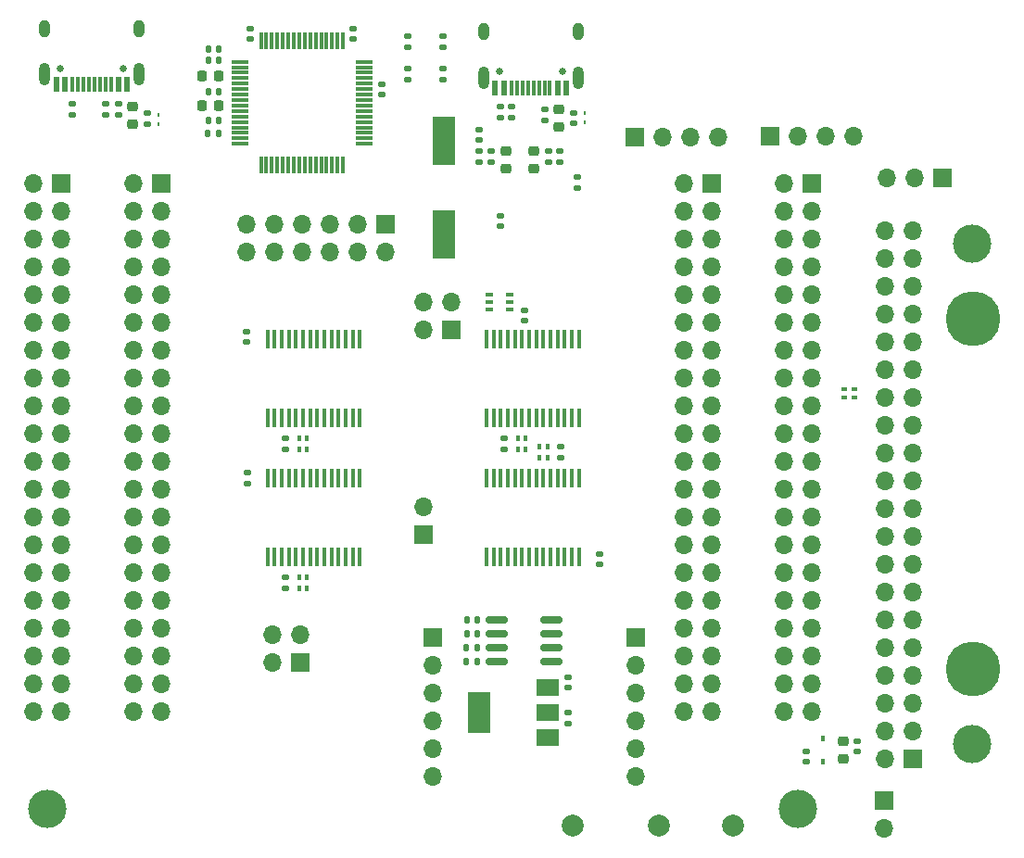
<source format=gts>
G04 #@! TF.GenerationSoftware,KiCad,Pcbnew,(6.0.7)*
G04 #@! TF.CreationDate,2023-08-04T00:04:24+07:00*
G04 #@! TF.ProjectId,ECELab_v1,4543454c-6162-45f7-9631-2e6b69636164,rev?*
G04 #@! TF.SameCoordinates,Original*
G04 #@! TF.FileFunction,Soldermask,Top*
G04 #@! TF.FilePolarity,Negative*
%FSLAX46Y46*%
G04 Gerber Fmt 4.6, Leading zero omitted, Abs format (unit mm)*
G04 Created by KiCad (PCBNEW (6.0.7)) date 2023-08-04 00:04:24*
%MOMM*%
%LPD*%
G01*
G04 APERTURE LIST*
G04 Aperture macros list*
%AMRoundRect*
0 Rectangle with rounded corners*
0 $1 Rounding radius*
0 $2 $3 $4 $5 $6 $7 $8 $9 X,Y pos of 4 corners*
0 Add a 4 corners polygon primitive as box body*
4,1,4,$2,$3,$4,$5,$6,$7,$8,$9,$2,$3,0*
0 Add four circle primitives for the rounded corners*
1,1,$1+$1,$2,$3*
1,1,$1+$1,$4,$5*
1,1,$1+$1,$6,$7*
1,1,$1+$1,$8,$9*
0 Add four rect primitives between the rounded corners*
20,1,$1+$1,$2,$3,$4,$5,0*
20,1,$1+$1,$4,$5,$6,$7,0*
20,1,$1+$1,$6,$7,$8,$9,0*
20,1,$1+$1,$8,$9,$2,$3,0*%
G04 Aperture macros list end*
%ADD10C,3.500000*%
%ADD11R,1.700000X1.700000*%
%ADD12O,1.700000X1.700000*%
%ADD13RoundRect,0.135000X0.135000X0.185000X-0.135000X0.185000X-0.135000X-0.185000X0.135000X-0.185000X0*%
%ADD14RoundRect,0.135000X-0.135000X-0.185000X0.135000X-0.185000X0.135000X0.185000X-0.135000X0.185000X0*%
%ADD15R,2.000000X4.500000*%
%ADD16R,0.400000X0.500000*%
%ADD17RoundRect,0.135000X0.185000X-0.135000X0.185000X0.135000X-0.185000X0.135000X-0.185000X-0.135000X0*%
%ADD18R,0.250000X0.360000*%
%ADD19C,2.000000*%
%ADD20R,0.650000X0.400000*%
%ADD21R,0.450000X1.750000*%
%ADD22RoundRect,0.218750X0.256250X-0.218750X0.256250X0.218750X-0.256250X0.218750X-0.256250X-0.218750X0*%
%ADD23RoundRect,0.218750X-0.218750X-0.256250X0.218750X-0.256250X0.218750X0.256250X-0.218750X0.256250X0*%
%ADD24RoundRect,0.140000X-0.170000X0.140000X-0.170000X-0.140000X0.170000X-0.140000X0.170000X0.140000X0*%
%ADD25RoundRect,0.218750X-0.256250X0.218750X-0.256250X-0.218750X0.256250X-0.218750X0.256250X0.218750X0*%
%ADD26RoundRect,0.140000X0.140000X0.170000X-0.140000X0.170000X-0.140000X-0.170000X0.140000X-0.170000X0*%
%ADD27C,0.650000*%
%ADD28R,0.600000X1.450000*%
%ADD29R,0.300000X1.450000*%
%ADD30O,1.000000X1.600000*%
%ADD31O,1.000000X2.100000*%
%ADD32R,0.500000X0.400000*%
%ADD33RoundRect,0.147500X-0.172500X0.147500X-0.172500X-0.147500X0.172500X-0.147500X0.172500X0.147500X0*%
%ADD34RoundRect,0.140000X0.170000X-0.140000X0.170000X0.140000X-0.170000X0.140000X-0.170000X-0.140000X0*%
%ADD35R,0.450000X0.600000*%
%ADD36C,5.000000*%
%ADD37RoundRect,0.150000X0.825000X0.150000X-0.825000X0.150000X-0.825000X-0.150000X0.825000X-0.150000X0*%
%ADD38R,2.000000X1.500000*%
%ADD39R,2.000000X3.800000*%
%ADD40RoundRect,0.135000X-0.185000X0.135000X-0.185000X-0.135000X0.185000X-0.135000X0.185000X0.135000X0*%
%ADD41RoundRect,0.075000X-0.700000X-0.075000X0.700000X-0.075000X0.700000X0.075000X-0.700000X0.075000X0*%
%ADD42RoundRect,0.075000X-0.075000X-0.700000X0.075000X-0.700000X0.075000X0.700000X-0.075000X0.700000X0*%
G04 APERTURE END LIST*
D10*
X256620000Y-134696200D03*
X256620000Y-89000000D03*
D11*
X206552800Y-115575000D03*
D12*
X206552800Y-113035000D03*
D13*
X211468200Y-127152400D03*
X210448200Y-127152400D03*
D14*
X210448200Y-125882400D03*
X211468200Y-125882400D03*
D15*
X208356200Y-79595400D03*
X208356200Y-88095400D03*
D16*
X217150000Y-108530000D03*
X217850000Y-108530000D03*
X217850000Y-107530000D03*
X217150000Y-107530000D03*
D11*
X253959600Y-82931000D03*
D12*
X251419600Y-82931000D03*
X248879600Y-82931000D03*
D17*
X214579200Y-77472000D03*
X214579200Y-76452000D03*
D18*
X182295800Y-77177000D03*
X182295800Y-78017000D03*
D19*
X220167200Y-142138400D03*
D11*
X248640600Y-139847400D03*
D12*
X248640600Y-142387400D03*
D11*
X203073000Y-87218600D03*
D12*
X203073000Y-89758600D03*
X200533000Y-87218600D03*
X200533000Y-89758600D03*
X197993000Y-87218600D03*
X197993000Y-89758600D03*
X195453000Y-87218600D03*
X195453000Y-89758600D03*
X192913000Y-87218600D03*
X192913000Y-89758600D03*
X190373000Y-87218600D03*
X190373000Y-89758600D03*
D20*
X212537000Y-93660200D03*
X212537000Y-94310200D03*
X212537000Y-94960200D03*
X214437000Y-94960200D03*
X214437000Y-94310200D03*
X214437000Y-93660200D03*
D21*
X220735000Y-97690000D03*
X220085000Y-97690000D03*
X219435000Y-97690000D03*
X218785000Y-97690000D03*
X218135000Y-97690000D03*
X217485000Y-97690000D03*
X216835000Y-97690000D03*
X216185000Y-97690000D03*
X215535000Y-97690000D03*
X214885000Y-97690000D03*
X214235000Y-97690000D03*
X213585000Y-97690000D03*
X212935000Y-97690000D03*
X212285000Y-97690000D03*
X212285000Y-104890000D03*
X212935000Y-104890000D03*
X213585000Y-104890000D03*
X214235000Y-104890000D03*
X214885000Y-104890000D03*
X215535000Y-104890000D03*
X216185000Y-104890000D03*
X216835000Y-104890000D03*
X217485000Y-104890000D03*
X218135000Y-104890000D03*
X218785000Y-104890000D03*
X219435000Y-104890000D03*
X220085000Y-104890000D03*
X220735000Y-104890000D03*
D22*
X216585800Y-82092900D03*
X216585800Y-80517900D03*
D23*
X186283500Y-73609200D03*
X187858500Y-73609200D03*
D17*
X205079600Y-73966800D03*
X205079600Y-72946800D03*
D24*
X190703200Y-69342000D03*
X190703200Y-70302000D03*
D25*
X244850000Y-134442500D03*
X244850000Y-136017500D03*
D26*
X187830400Y-77724000D03*
X186870400Y-77724000D03*
D27*
X179115200Y-72983400D03*
X173335200Y-72983400D03*
D28*
X179475200Y-74428400D03*
X178675200Y-74428400D03*
D29*
X177475200Y-74428400D03*
X176475200Y-74428400D03*
X175975200Y-74428400D03*
X174975200Y-74428400D03*
D28*
X173775200Y-74428400D03*
X172975200Y-74428400D03*
X172975200Y-74428400D03*
X173775200Y-74428400D03*
D29*
X174475200Y-74428400D03*
X175475200Y-74428400D03*
X176975200Y-74428400D03*
X177975200Y-74428400D03*
D28*
X178675200Y-74428400D03*
X179475200Y-74428400D03*
D30*
X180545200Y-69333400D03*
X171905200Y-69333400D03*
D31*
X180545200Y-73513400D03*
X171905200Y-73513400D03*
D10*
X172186439Y-140630000D03*
D17*
X193900000Y-120485000D03*
X193900000Y-119465000D03*
D19*
X228041200Y-142138400D03*
D17*
X208330800Y-73966800D03*
X208330800Y-72946800D03*
D26*
X187855800Y-72212200D03*
X186895800Y-72212200D03*
D24*
X178663600Y-76228000D03*
X178663600Y-77188000D03*
X213537800Y-76482000D03*
X213537800Y-77442000D03*
D32*
X244940200Y-102291400D03*
X244940200Y-102991400D03*
X245940200Y-102991400D03*
X245940200Y-102291400D03*
D26*
X187830400Y-75057000D03*
X186870400Y-75057000D03*
D24*
X190400000Y-96985200D03*
X190400000Y-97945200D03*
D33*
X208330800Y-70023000D03*
X208330800Y-70993000D03*
D13*
X187860400Y-78867000D03*
X186840400Y-78867000D03*
D34*
X222600000Y-118305000D03*
X222600000Y-117345000D03*
D26*
X211463600Y-123342400D03*
X210503600Y-123342400D03*
D24*
X219760800Y-131828600D03*
X219760800Y-132788600D03*
D35*
X243021200Y-134180000D03*
X243021200Y-136280000D03*
D16*
X195850000Y-119470000D03*
X195150000Y-119470000D03*
X195150000Y-120470000D03*
X195850000Y-120470000D03*
D21*
X212275000Y-117600000D03*
X212925000Y-117600000D03*
X213575000Y-117600000D03*
X214225000Y-117600000D03*
X214875000Y-117600000D03*
X215525000Y-117600000D03*
X216175000Y-117600000D03*
X216825000Y-117600000D03*
X217475000Y-117600000D03*
X218125000Y-117600000D03*
X218775000Y-117600000D03*
X219425000Y-117600000D03*
X220075000Y-117600000D03*
X220725000Y-117600000D03*
X220725000Y-110400000D03*
X220075000Y-110400000D03*
X219425000Y-110400000D03*
X218775000Y-110400000D03*
X218125000Y-110400000D03*
X217475000Y-110400000D03*
X216825000Y-110400000D03*
X216175000Y-110400000D03*
X215525000Y-110400000D03*
X214875000Y-110400000D03*
X214225000Y-110400000D03*
X213575000Y-110400000D03*
X212925000Y-110400000D03*
X212275000Y-110400000D03*
D24*
X218948000Y-80520600D03*
X218948000Y-81480600D03*
D17*
X174472600Y-77243400D03*
X174472600Y-76223400D03*
D18*
X221259400Y-77075400D03*
X221259400Y-77915400D03*
D16*
X215860000Y-106760000D03*
X215160000Y-106760000D03*
X215160000Y-107760000D03*
X215860000Y-107760000D03*
D34*
X213588600Y-87373400D03*
X213588600Y-86413400D03*
D19*
X234772200Y-142113000D03*
D24*
X246196200Y-134445200D03*
X246196200Y-135405200D03*
X220599000Y-82908200D03*
X220599000Y-83868200D03*
X211582000Y-78564800D03*
X211582000Y-79524800D03*
D21*
X200725000Y-97700000D03*
X200075000Y-97700000D03*
X199425000Y-97700000D03*
X198775000Y-97700000D03*
X198125000Y-97700000D03*
X197475000Y-97700000D03*
X196825000Y-97700000D03*
X196175000Y-97700000D03*
X195525000Y-97700000D03*
X194875000Y-97700000D03*
X194225000Y-97700000D03*
X193575000Y-97700000D03*
X192925000Y-97700000D03*
X192275000Y-97700000D03*
X192275000Y-104900000D03*
X192925000Y-104900000D03*
X193575000Y-104900000D03*
X194225000Y-104900000D03*
X194875000Y-104900000D03*
X195525000Y-104900000D03*
X196175000Y-104900000D03*
X196825000Y-104900000D03*
X197475000Y-104900000D03*
X198125000Y-104900000D03*
X198775000Y-104900000D03*
X199425000Y-104900000D03*
X200075000Y-104900000D03*
X200725000Y-104900000D03*
D11*
X195254800Y-127208200D03*
D12*
X192714800Y-127208200D03*
X195254800Y-124668200D03*
X192714800Y-124668200D03*
D11*
X225958400Y-124968000D03*
D12*
X225958400Y-127508000D03*
X225958400Y-130048000D03*
X225958400Y-132588000D03*
X225958400Y-135128000D03*
X225958400Y-137668000D03*
D11*
X225806000Y-79197200D03*
D12*
X228346000Y-79197200D03*
X230886000Y-79197200D03*
X233426000Y-79197200D03*
D34*
X181279800Y-78026200D03*
X181279800Y-77066200D03*
D24*
X211582000Y-81480600D03*
X211582000Y-80520600D03*
D21*
X200725000Y-110400000D03*
X200075000Y-110400000D03*
X199425000Y-110400000D03*
X198775000Y-110400000D03*
X198125000Y-110400000D03*
X197475000Y-110400000D03*
X196825000Y-110400000D03*
X196175000Y-110400000D03*
X195525000Y-110400000D03*
X194875000Y-110400000D03*
X194225000Y-110400000D03*
X193575000Y-110400000D03*
X192925000Y-110400000D03*
X192275000Y-110400000D03*
X192275000Y-117600000D03*
X192925000Y-117600000D03*
X193575000Y-117600000D03*
X194225000Y-117600000D03*
X194875000Y-117600000D03*
X195525000Y-117600000D03*
X196175000Y-117600000D03*
X196825000Y-117600000D03*
X197475000Y-117600000D03*
X198125000Y-117600000D03*
X198775000Y-117600000D03*
X199425000Y-117600000D03*
X200075000Y-117600000D03*
X200725000Y-117600000D03*
D27*
X219221800Y-73261600D03*
X213441800Y-73261600D03*
D28*
X219581800Y-74706600D03*
X218781800Y-74706600D03*
D29*
X217581800Y-74706600D03*
X216581800Y-74706600D03*
X216081800Y-74706600D03*
X215081800Y-74706600D03*
D28*
X213881800Y-74706600D03*
X213081800Y-74706600D03*
X213081800Y-74706600D03*
X213881800Y-74706600D03*
D29*
X214581800Y-74706600D03*
X215581800Y-74706600D03*
X217081800Y-74706600D03*
X218081800Y-74706600D03*
D28*
X218781800Y-74706600D03*
X219581800Y-74706600D03*
D31*
X220651800Y-73791600D03*
D30*
X212011800Y-69611600D03*
D31*
X212011800Y-73791600D03*
D30*
X220651800Y-69611600D03*
D22*
X214071200Y-82092900D03*
X214071200Y-80517900D03*
D23*
X186258100Y-76352400D03*
X187833100Y-76352400D03*
D36*
X256700894Y-127807500D03*
X256700894Y-95803500D03*
D11*
X238191200Y-79191000D03*
D12*
X240731200Y-79191000D03*
X243271200Y-79191000D03*
X245811200Y-79191000D03*
D37*
X218183000Y-127152400D03*
X218183000Y-125882400D03*
X218183000Y-124612400D03*
X218183000Y-123342400D03*
X213233000Y-123342400D03*
X213233000Y-124612400D03*
X213233000Y-125882400D03*
X213233000Y-127152400D03*
D34*
X241471800Y-136294200D03*
X241471800Y-135334200D03*
D26*
X211463600Y-124612400D03*
X210503600Y-124612400D03*
D38*
X217907000Y-134126000D03*
X217907000Y-131826000D03*
D39*
X211607000Y-131826000D03*
D38*
X217907000Y-129526000D03*
D25*
X179984400Y-76479300D03*
X179984400Y-78054300D03*
D10*
X240766165Y-140630000D03*
D34*
X220243400Y-77975400D03*
X220243400Y-77015400D03*
D40*
X217601800Y-76731400D03*
X217601800Y-77751400D03*
D16*
X195850000Y-106770000D03*
X195150000Y-106770000D03*
X195150000Y-107770000D03*
X195850000Y-107770000D03*
D33*
X205079600Y-70025400D03*
X205079600Y-70995400D03*
D11*
X207391000Y-124968000D03*
D12*
X207391000Y-127508000D03*
X207391000Y-130048000D03*
X207391000Y-132588000D03*
X207391000Y-135128000D03*
X207391000Y-137668000D03*
D17*
X213910000Y-107775000D03*
X213910000Y-106755000D03*
D26*
X186895800Y-71170800D03*
X187855800Y-71170800D03*
D17*
X193900000Y-107785000D03*
X193900000Y-106765000D03*
D24*
X217932000Y-80520600D03*
X217932000Y-81480600D03*
X200126600Y-69319200D03*
X200126600Y-70279200D03*
D34*
X219760800Y-129537400D03*
X219760800Y-128577400D03*
X202692000Y-75333800D03*
X202692000Y-74373800D03*
D40*
X219100000Y-107515000D03*
X219100000Y-108535000D03*
D24*
X215743200Y-95040000D03*
X215743200Y-96000000D03*
D41*
X189752600Y-72348400D03*
X189752600Y-72848400D03*
X189752600Y-73348400D03*
X189752600Y-73848400D03*
X189752600Y-74348400D03*
X189752600Y-74848400D03*
X189752600Y-75348400D03*
X189752600Y-75848400D03*
X189752600Y-76348400D03*
X189752600Y-76848400D03*
X189752600Y-77348400D03*
X189752600Y-77848400D03*
X189752600Y-78348400D03*
X189752600Y-78848400D03*
X189752600Y-79348400D03*
X189752600Y-79848400D03*
D42*
X191677600Y-81773400D03*
X192177600Y-81773400D03*
X192677600Y-81773400D03*
X193177600Y-81773400D03*
X193677600Y-81773400D03*
X194177600Y-81773400D03*
X194677600Y-81773400D03*
X195177600Y-81773400D03*
X195677600Y-81773400D03*
X196177600Y-81773400D03*
X196677600Y-81773400D03*
X197177600Y-81773400D03*
X197677600Y-81773400D03*
X198177600Y-81773400D03*
X198677600Y-81773400D03*
X199177600Y-81773400D03*
D41*
X201102600Y-79848400D03*
X201102600Y-79348400D03*
X201102600Y-78848400D03*
X201102600Y-78348400D03*
X201102600Y-77848400D03*
X201102600Y-77348400D03*
X201102600Y-76848400D03*
X201102600Y-76348400D03*
X201102600Y-75848400D03*
X201102600Y-75348400D03*
X201102600Y-74848400D03*
X201102600Y-74348400D03*
X201102600Y-73848400D03*
X201102600Y-73348400D03*
X201102600Y-72848400D03*
X201102600Y-72348400D03*
D42*
X199177600Y-70423400D03*
X198677600Y-70423400D03*
X198177600Y-70423400D03*
X197677600Y-70423400D03*
X197177600Y-70423400D03*
X196677600Y-70423400D03*
X196177600Y-70423400D03*
X195677600Y-70423400D03*
X195177600Y-70423400D03*
X194677600Y-70423400D03*
X194177600Y-70423400D03*
X193677600Y-70423400D03*
X193177600Y-70423400D03*
X192677600Y-70423400D03*
X192177600Y-70423400D03*
X191677600Y-70423400D03*
D25*
X218871800Y-76707900D03*
X218871800Y-78282900D03*
D24*
X212674200Y-80520600D03*
X212674200Y-81480600D03*
D11*
X209047000Y-96880600D03*
D12*
X206507000Y-96880600D03*
X209047000Y-94340600D03*
X206507000Y-94340600D03*
D40*
X177469800Y-76198000D03*
X177469800Y-77218000D03*
D34*
X190423800Y-110868400D03*
X190423800Y-109908400D03*
D11*
X251211500Y-136008000D03*
D12*
X248671500Y-136008000D03*
X251211500Y-133468000D03*
X248671500Y-133468000D03*
X251211500Y-130928000D03*
X248671500Y-130928000D03*
X251211500Y-128388000D03*
X248671500Y-128388000D03*
X251211500Y-125848000D03*
X248671500Y-125848000D03*
X251211500Y-123308000D03*
X248671500Y-123308000D03*
X251211500Y-120768000D03*
X248671500Y-120768000D03*
X251211500Y-118228000D03*
X248671500Y-118228000D03*
X251211500Y-115688000D03*
X248671500Y-115688000D03*
X251211500Y-113148000D03*
X248671500Y-113148000D03*
X251211500Y-110608000D03*
X248671500Y-110608000D03*
X251211500Y-108068000D03*
X248671500Y-108068000D03*
X251211500Y-105528000D03*
X248671500Y-105528000D03*
X251211500Y-102988000D03*
X248671500Y-102988000D03*
X251211500Y-100448000D03*
X248671500Y-100448000D03*
X251211500Y-97908000D03*
X248671500Y-97908000D03*
X251211500Y-95368000D03*
X248671500Y-95368000D03*
X251211500Y-92828000D03*
X248671500Y-92828000D03*
X251211500Y-90288000D03*
X248671500Y-90288000D03*
X251211500Y-87748000D03*
X248671500Y-87748000D03*
D11*
X182601000Y-83477000D03*
D12*
X180061000Y-83477000D03*
X182601000Y-86017000D03*
X180061000Y-86017000D03*
X182601000Y-88557000D03*
X180061000Y-88557000D03*
X182601000Y-91097000D03*
X180061000Y-91097000D03*
X182601000Y-93637000D03*
X180061000Y-93637000D03*
X182601000Y-96177000D03*
X180061000Y-96177000D03*
X182601000Y-98717000D03*
X180061000Y-98717000D03*
X182601000Y-101257000D03*
X180061000Y-101257000D03*
X182601000Y-103797000D03*
X180061000Y-103797000D03*
X182601000Y-106337000D03*
X180061000Y-106337000D03*
X182601000Y-108877000D03*
X180061000Y-108877000D03*
X182601000Y-111417000D03*
X180061000Y-111417000D03*
X182601000Y-113957000D03*
X180061000Y-113957000D03*
X182601000Y-116497000D03*
X180061000Y-116497000D03*
X182601000Y-119037000D03*
X180061000Y-119037000D03*
X182601000Y-121577000D03*
X180061000Y-121577000D03*
X182601000Y-124117000D03*
X180061000Y-124117000D03*
X182601000Y-126657000D03*
X180061000Y-126657000D03*
X182601000Y-129197000D03*
X180061000Y-129197000D03*
X182601000Y-131737000D03*
X180061000Y-131737000D03*
D11*
X242037000Y-83477000D03*
D12*
X239497000Y-83477000D03*
X242037000Y-86017000D03*
X239497000Y-86017000D03*
X242037000Y-88557000D03*
X239497000Y-88557000D03*
X242037000Y-91097000D03*
X239497000Y-91097000D03*
X242037000Y-93637000D03*
X239497000Y-93637000D03*
X242037000Y-96177000D03*
X239497000Y-96177000D03*
X242037000Y-98717000D03*
X239497000Y-98717000D03*
X242037000Y-101257000D03*
X239497000Y-101257000D03*
X242037000Y-103797000D03*
X239497000Y-103797000D03*
X242037000Y-106337000D03*
X239497000Y-106337000D03*
X242037000Y-108877000D03*
X239497000Y-108877000D03*
X242037000Y-111417000D03*
X239497000Y-111417000D03*
X242037000Y-113957000D03*
X239497000Y-113957000D03*
X242037000Y-116497000D03*
X239497000Y-116497000D03*
X242037000Y-119037000D03*
X239497000Y-119037000D03*
X242037000Y-121577000D03*
X239497000Y-121577000D03*
X242037000Y-124117000D03*
X239497000Y-124117000D03*
X242037000Y-126657000D03*
X239497000Y-126657000D03*
X242037000Y-129197000D03*
X239497000Y-129197000D03*
X242037000Y-131737000D03*
X239497000Y-131737000D03*
D11*
X232893000Y-83477000D03*
D12*
X230353000Y-83477000D03*
X232893000Y-86017000D03*
X230353000Y-86017000D03*
X232893000Y-88557000D03*
X230353000Y-88557000D03*
X232893000Y-91097000D03*
X230353000Y-91097000D03*
X232893000Y-93637000D03*
X230353000Y-93637000D03*
X232893000Y-96177000D03*
X230353000Y-96177000D03*
X232893000Y-98717000D03*
X230353000Y-98717000D03*
X232893000Y-101257000D03*
X230353000Y-101257000D03*
X232893000Y-103797000D03*
X230353000Y-103797000D03*
X232893000Y-106337000D03*
X230353000Y-106337000D03*
X232893000Y-108877000D03*
X230353000Y-108877000D03*
X232893000Y-111417000D03*
X230353000Y-111417000D03*
X232893000Y-113957000D03*
X230353000Y-113957000D03*
X232893000Y-116497000D03*
X230353000Y-116497000D03*
X232893000Y-119037000D03*
X230353000Y-119037000D03*
X232893000Y-121577000D03*
X230353000Y-121577000D03*
X232893000Y-124117000D03*
X230353000Y-124117000D03*
X232893000Y-126657000D03*
X230353000Y-126657000D03*
X232893000Y-129197000D03*
X230353000Y-129197000D03*
X232893000Y-131737000D03*
X230353000Y-131737000D03*
D11*
X173457000Y-83477000D03*
D12*
X170917000Y-83477000D03*
X173457000Y-86017000D03*
X170917000Y-86017000D03*
X173457000Y-88557000D03*
X170917000Y-88557000D03*
X173457000Y-91097000D03*
X170917000Y-91097000D03*
X173457000Y-93637000D03*
X170917000Y-93637000D03*
X173457000Y-96177000D03*
X170917000Y-96177000D03*
X173457000Y-98717000D03*
X170917000Y-98717000D03*
X173457000Y-101257000D03*
X170917000Y-101257000D03*
X173457000Y-103797000D03*
X170917000Y-103797000D03*
X173457000Y-106337000D03*
X170917000Y-106337000D03*
X173457000Y-108877000D03*
X170917000Y-108877000D03*
X173457000Y-111417000D03*
X170917000Y-111417000D03*
X173457000Y-113957000D03*
X170917000Y-113957000D03*
X173457000Y-116497000D03*
X170917000Y-116497000D03*
X173457000Y-119037000D03*
X170917000Y-119037000D03*
X173457000Y-121577000D03*
X170917000Y-121577000D03*
X173457000Y-124117000D03*
X170917000Y-124117000D03*
X173457000Y-126657000D03*
X170917000Y-126657000D03*
X173457000Y-129197000D03*
X170917000Y-129197000D03*
X173457000Y-131737000D03*
X170917000Y-131737000D03*
M02*

</source>
